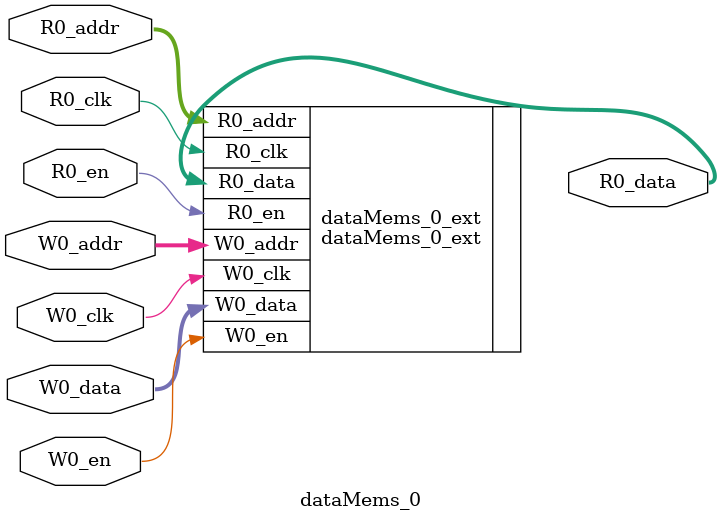
<source format=sv>
`ifndef RANDOMIZE
  `ifdef RANDOMIZE_REG_INIT
    `define RANDOMIZE
  `endif // RANDOMIZE_REG_INIT
`endif // not def RANDOMIZE
`ifndef RANDOMIZE
  `ifdef RANDOMIZE_MEM_INIT
    `define RANDOMIZE
  `endif // RANDOMIZE_MEM_INIT
`endif // not def RANDOMIZE

`ifndef RANDOM
  `define RANDOM $random
`endif // not def RANDOM

// Users can define 'PRINTF_COND' to add an extra gate to prints.
`ifndef PRINTF_COND_
  `ifdef PRINTF_COND
    `define PRINTF_COND_ (`PRINTF_COND)
  `else  // PRINTF_COND
    `define PRINTF_COND_ 1
  `endif // PRINTF_COND
`endif // not def PRINTF_COND_

// Users can define 'ASSERT_VERBOSE_COND' to add an extra gate to assert error printing.
`ifndef ASSERT_VERBOSE_COND_
  `ifdef ASSERT_VERBOSE_COND
    `define ASSERT_VERBOSE_COND_ (`ASSERT_VERBOSE_COND)
  `else  // ASSERT_VERBOSE_COND
    `define ASSERT_VERBOSE_COND_ 1
  `endif // ASSERT_VERBOSE_COND
`endif // not def ASSERT_VERBOSE_COND_

// Users can define 'STOP_COND' to add an extra gate to stop conditions.
`ifndef STOP_COND_
  `ifdef STOP_COND
    `define STOP_COND_ (`STOP_COND)
  `else  // STOP_COND
    `define STOP_COND_ 1
  `endif // STOP_COND
`endif // not def STOP_COND_

// Users can define INIT_RANDOM as general code that gets injected into the
// initializer block for modules with registers.
`ifndef INIT_RANDOM
  `define INIT_RANDOM
`endif // not def INIT_RANDOM

// If using random initialization, you can also define RANDOMIZE_DELAY to
// customize the delay used, otherwise 0.002 is used.
`ifndef RANDOMIZE_DELAY
  `define RANDOMIZE_DELAY 0.002
`endif // not def RANDOMIZE_DELAY

// Define INIT_RANDOM_PROLOG_ for use in our modules below.
`ifndef INIT_RANDOM_PROLOG_
  `ifdef RANDOMIZE
    `ifdef VERILATOR
      `define INIT_RANDOM_PROLOG_ `INIT_RANDOM
    `else  // VERILATOR
      `define INIT_RANDOM_PROLOG_ `INIT_RANDOM #`RANDOMIZE_DELAY begin end
    `endif // VERILATOR
  `else  // RANDOMIZE
    `define INIT_RANDOM_PROLOG_
  `endif // RANDOMIZE
`endif // not def INIT_RANDOM_PROLOG_

// Include register initializers in init blocks unless synthesis is set
`ifndef SYNTHESIS
  `ifndef ENABLE_INITIAL_REG_
    `define ENABLE_INITIAL_REG_
  `endif // not def ENABLE_INITIAL_REG_
`endif // not def SYNTHESIS

// Include rmemory initializers in init blocks unless synthesis is set
`ifndef SYNTHESIS
  `ifndef ENABLE_INITIAL_MEM_
    `define ENABLE_INITIAL_MEM_
  `endif // not def ENABLE_INITIAL_MEM_
`endif // not def SYNTHESIS

module dataMems_0(	// @[generators/ara/src/main/scala/UnsafeAXI4ToTL.scala:365:62]
  input  [4:0]   R0_addr,
  input          R0_en,
  input          R0_clk,
  output [130:0] R0_data,
  input  [4:0]   W0_addr,
  input          W0_en,
  input          W0_clk,
  input  [130:0] W0_data
);

  dataMems_0_ext dataMems_0_ext (	// @[generators/ara/src/main/scala/UnsafeAXI4ToTL.scala:365:62]
    .R0_addr (R0_addr),
    .R0_en   (R0_en),
    .R0_clk  (R0_clk),
    .R0_data (R0_data),
    .W0_addr (W0_addr),
    .W0_en   (W0_en),
    .W0_clk  (W0_clk),
    .W0_data (W0_data)
  );
endmodule


</source>
